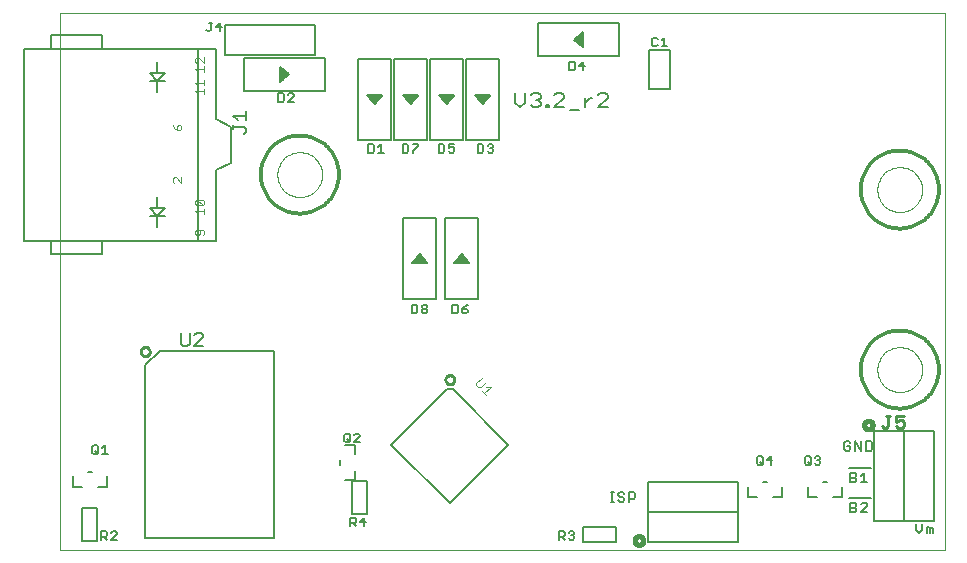
<source format=gto>
G75*
%MOIN*%
%OFA0B0*%
%FSLAX24Y24*%
%IPPOS*%
%LPD*%
%AMOC8*
5,1,8,0,0,1.08239X$1,22.5*
%
%ADD10C,0.0000*%
%ADD11C,0.0080*%
%ADD12C,0.0120*%
%ADD13C,0.0160*%
%ADD14C,0.0050*%
%ADD15C,0.0070*%
%ADD16C,0.0060*%
%ADD17C,0.0100*%
%ADD18C,0.0040*%
%ADD19C,0.0030*%
D10*
X002304Y000981D02*
X002304Y018851D01*
X031796Y018851D01*
X031796Y000981D01*
X002304Y000981D01*
X009557Y013481D02*
X009559Y013536D01*
X009565Y013590D01*
X009575Y013643D01*
X009589Y013696D01*
X009606Y013748D01*
X009628Y013798D01*
X009653Y013847D01*
X009681Y013893D01*
X009713Y013938D01*
X009748Y013979D01*
X009786Y014019D01*
X009826Y014055D01*
X009869Y014089D01*
X009915Y014119D01*
X009962Y014145D01*
X010012Y014168D01*
X010063Y014188D01*
X010115Y014204D01*
X010168Y014216D01*
X010222Y014224D01*
X010277Y014228D01*
X010331Y014228D01*
X010386Y014224D01*
X010440Y014216D01*
X010493Y014204D01*
X010545Y014188D01*
X010596Y014168D01*
X010646Y014145D01*
X010693Y014119D01*
X010739Y014089D01*
X010782Y014055D01*
X010822Y014019D01*
X010860Y013979D01*
X010895Y013938D01*
X010927Y013893D01*
X010955Y013847D01*
X010980Y013798D01*
X011002Y013748D01*
X011019Y013696D01*
X011033Y013643D01*
X011043Y013590D01*
X011049Y013536D01*
X011051Y013481D01*
X011049Y013426D01*
X011043Y013372D01*
X011033Y013319D01*
X011019Y013266D01*
X011002Y013214D01*
X010980Y013164D01*
X010955Y013115D01*
X010927Y013069D01*
X010895Y013024D01*
X010860Y012983D01*
X010822Y012943D01*
X010782Y012907D01*
X010739Y012873D01*
X010693Y012843D01*
X010646Y012817D01*
X010596Y012794D01*
X010545Y012774D01*
X010493Y012758D01*
X010440Y012746D01*
X010386Y012738D01*
X010331Y012734D01*
X010277Y012734D01*
X010222Y012738D01*
X010168Y012746D01*
X010115Y012758D01*
X010063Y012774D01*
X010012Y012794D01*
X009962Y012817D01*
X009915Y012843D01*
X009869Y012873D01*
X009826Y012907D01*
X009786Y012943D01*
X009748Y012983D01*
X009713Y013024D01*
X009681Y013069D01*
X009653Y013115D01*
X009628Y013164D01*
X009606Y013214D01*
X009589Y013266D01*
X009575Y013319D01*
X009565Y013372D01*
X009559Y013426D01*
X009557Y013481D01*
X029557Y012981D02*
X029559Y013036D01*
X029565Y013090D01*
X029575Y013143D01*
X029589Y013196D01*
X029606Y013248D01*
X029628Y013298D01*
X029653Y013347D01*
X029681Y013393D01*
X029713Y013438D01*
X029748Y013479D01*
X029786Y013519D01*
X029826Y013555D01*
X029869Y013589D01*
X029915Y013619D01*
X029962Y013645D01*
X030012Y013668D01*
X030063Y013688D01*
X030115Y013704D01*
X030168Y013716D01*
X030222Y013724D01*
X030277Y013728D01*
X030331Y013728D01*
X030386Y013724D01*
X030440Y013716D01*
X030493Y013704D01*
X030545Y013688D01*
X030596Y013668D01*
X030646Y013645D01*
X030693Y013619D01*
X030739Y013589D01*
X030782Y013555D01*
X030822Y013519D01*
X030860Y013479D01*
X030895Y013438D01*
X030927Y013393D01*
X030955Y013347D01*
X030980Y013298D01*
X031002Y013248D01*
X031019Y013196D01*
X031033Y013143D01*
X031043Y013090D01*
X031049Y013036D01*
X031051Y012981D01*
X031049Y012926D01*
X031043Y012872D01*
X031033Y012819D01*
X031019Y012766D01*
X031002Y012714D01*
X030980Y012664D01*
X030955Y012615D01*
X030927Y012569D01*
X030895Y012524D01*
X030860Y012483D01*
X030822Y012443D01*
X030782Y012407D01*
X030739Y012373D01*
X030693Y012343D01*
X030646Y012317D01*
X030596Y012294D01*
X030545Y012274D01*
X030493Y012258D01*
X030440Y012246D01*
X030386Y012238D01*
X030331Y012234D01*
X030277Y012234D01*
X030222Y012238D01*
X030168Y012246D01*
X030115Y012258D01*
X030063Y012274D01*
X030012Y012294D01*
X029962Y012317D01*
X029915Y012343D01*
X029869Y012373D01*
X029826Y012407D01*
X029786Y012443D01*
X029748Y012483D01*
X029713Y012524D01*
X029681Y012569D01*
X029653Y012615D01*
X029628Y012664D01*
X029606Y012714D01*
X029589Y012766D01*
X029575Y012819D01*
X029565Y012872D01*
X029559Y012926D01*
X029557Y012981D01*
X029557Y006981D02*
X029559Y007036D01*
X029565Y007090D01*
X029575Y007143D01*
X029589Y007196D01*
X029606Y007248D01*
X029628Y007298D01*
X029653Y007347D01*
X029681Y007393D01*
X029713Y007438D01*
X029748Y007479D01*
X029786Y007519D01*
X029826Y007555D01*
X029869Y007589D01*
X029915Y007619D01*
X029962Y007645D01*
X030012Y007668D01*
X030063Y007688D01*
X030115Y007704D01*
X030168Y007716D01*
X030222Y007724D01*
X030277Y007728D01*
X030331Y007728D01*
X030386Y007724D01*
X030440Y007716D01*
X030493Y007704D01*
X030545Y007688D01*
X030596Y007668D01*
X030646Y007645D01*
X030693Y007619D01*
X030739Y007589D01*
X030782Y007555D01*
X030822Y007519D01*
X030860Y007479D01*
X030895Y007438D01*
X030927Y007393D01*
X030955Y007347D01*
X030980Y007298D01*
X031002Y007248D01*
X031019Y007196D01*
X031033Y007143D01*
X031043Y007090D01*
X031049Y007036D01*
X031051Y006981D01*
X031049Y006926D01*
X031043Y006872D01*
X031033Y006819D01*
X031019Y006766D01*
X031002Y006714D01*
X030980Y006664D01*
X030955Y006615D01*
X030927Y006569D01*
X030895Y006524D01*
X030860Y006483D01*
X030822Y006443D01*
X030782Y006407D01*
X030739Y006373D01*
X030693Y006343D01*
X030646Y006317D01*
X030596Y006294D01*
X030545Y006274D01*
X030493Y006258D01*
X030440Y006246D01*
X030386Y006238D01*
X030331Y006234D01*
X030277Y006234D01*
X030222Y006238D01*
X030168Y006246D01*
X030115Y006258D01*
X030063Y006274D01*
X030012Y006294D01*
X029962Y006317D01*
X029915Y006343D01*
X029869Y006373D01*
X029826Y006407D01*
X029786Y006443D01*
X029748Y006483D01*
X029713Y006524D01*
X029681Y006569D01*
X029653Y006615D01*
X029628Y006664D01*
X029606Y006714D01*
X029589Y006766D01*
X029575Y006819D01*
X029565Y006872D01*
X029559Y006926D01*
X029557Y006981D01*
D11*
X029341Y004591D02*
X029181Y004591D01*
X029181Y004271D01*
X029341Y004271D01*
X029394Y004324D01*
X029394Y004538D01*
X029341Y004591D01*
X029026Y004591D02*
X029026Y004271D01*
X028812Y004591D01*
X028812Y004271D01*
X028658Y004324D02*
X028658Y004431D01*
X028551Y004431D01*
X028658Y004324D02*
X028604Y004271D01*
X028497Y004271D01*
X028444Y004324D01*
X028444Y004538D01*
X028497Y004591D01*
X028604Y004591D01*
X028658Y004538D01*
X028604Y003701D02*
X029341Y003701D01*
X029119Y003541D02*
X029119Y003221D01*
X029012Y003221D02*
X029226Y003221D01*
X029012Y003434D02*
X029119Y003541D01*
X028858Y003488D02*
X028858Y003434D01*
X028804Y003381D01*
X028644Y003381D01*
X028644Y003221D02*
X028804Y003221D01*
X028858Y003274D01*
X028858Y003328D01*
X028804Y003381D01*
X028858Y003488D02*
X028804Y003541D01*
X028644Y003541D01*
X028644Y003221D01*
X028604Y002701D02*
X029341Y002701D01*
X029172Y002541D02*
X029066Y002541D01*
X029012Y002488D01*
X028858Y002488D02*
X028858Y002434D01*
X028804Y002381D01*
X028644Y002381D01*
X028644Y002221D02*
X028804Y002221D01*
X028858Y002274D01*
X028858Y002328D01*
X028804Y002381D01*
X028858Y002488D02*
X028804Y002541D01*
X028644Y002541D01*
X028644Y002221D01*
X029012Y002221D02*
X029226Y002434D01*
X029226Y002488D01*
X029172Y002541D01*
X029226Y002221D02*
X029012Y002221D01*
X030844Y001841D02*
X030844Y001628D01*
X030951Y001521D01*
X031058Y001628D01*
X031058Y001841D01*
X031212Y001734D02*
X031266Y001734D01*
X031319Y001681D01*
X031372Y001734D01*
X031426Y001681D01*
X031426Y001521D01*
X031319Y001521D02*
X031319Y001681D01*
X031212Y001734D02*
X031212Y001521D01*
X021489Y002731D02*
X021436Y002678D01*
X021276Y002678D01*
X021276Y002571D02*
X021276Y002891D01*
X021436Y002891D01*
X021489Y002838D01*
X021489Y002731D01*
X021121Y002678D02*
X021121Y002624D01*
X021067Y002571D01*
X020961Y002571D01*
X020907Y002624D01*
X020961Y002731D02*
X021067Y002731D01*
X021121Y002678D01*
X021121Y002838D02*
X021067Y002891D01*
X020961Y002891D01*
X020907Y002838D01*
X020907Y002784D01*
X020961Y002731D01*
X020769Y002571D02*
X020662Y002571D01*
X020715Y002571D02*
X020715Y002891D01*
X020662Y002891D02*
X020769Y002891D01*
X019619Y015641D02*
X019299Y015641D01*
X019103Y015721D02*
X018783Y015721D01*
X019103Y016041D01*
X019103Y016121D01*
X019023Y016201D01*
X018863Y016201D01*
X018783Y016121D01*
X018330Y016121D02*
X018250Y016201D01*
X018090Y016201D01*
X018010Y016121D01*
X017814Y016201D02*
X017814Y015881D01*
X017654Y015721D01*
X017494Y015881D01*
X017494Y016201D01*
X018170Y015961D02*
X018250Y015961D01*
X018330Y015881D01*
X018330Y015801D01*
X018250Y015721D01*
X018090Y015721D01*
X018010Y015801D01*
X018250Y015961D02*
X018330Y016041D01*
X018330Y016121D01*
X018525Y015801D02*
X018605Y015801D01*
X018605Y015721D01*
X018525Y015721D01*
X018525Y015801D01*
X019814Y015881D02*
X019975Y016041D01*
X020055Y016041D01*
X020244Y016121D02*
X020324Y016201D01*
X020484Y016201D01*
X020564Y016121D01*
X020564Y016041D01*
X020244Y015721D01*
X020564Y015721D01*
X019814Y015721D02*
X019814Y016041D01*
D12*
X009004Y013481D02*
X009006Y013553D01*
X009012Y013624D01*
X009022Y013695D01*
X009035Y013765D01*
X009053Y013835D01*
X009074Y013903D01*
X009100Y013970D01*
X009128Y014036D01*
X009161Y014100D01*
X009197Y014162D01*
X009236Y014222D01*
X009278Y014279D01*
X009324Y014335D01*
X009372Y014387D01*
X009424Y014437D01*
X009478Y014484D01*
X009534Y014528D01*
X009593Y014569D01*
X009654Y014607D01*
X009717Y014641D01*
X009782Y014672D01*
X009848Y014698D01*
X009916Y014722D01*
X009985Y014741D01*
X010055Y014757D01*
X010125Y014769D01*
X010197Y014777D01*
X010268Y014781D01*
X010340Y014781D01*
X010411Y014777D01*
X010483Y014769D01*
X010553Y014757D01*
X010623Y014741D01*
X010692Y014722D01*
X010760Y014698D01*
X010826Y014672D01*
X010891Y014641D01*
X010954Y014607D01*
X011015Y014569D01*
X011074Y014528D01*
X011130Y014484D01*
X011184Y014437D01*
X011236Y014387D01*
X011284Y014335D01*
X011330Y014279D01*
X011372Y014222D01*
X011411Y014162D01*
X011447Y014100D01*
X011480Y014036D01*
X011508Y013970D01*
X011534Y013903D01*
X011555Y013835D01*
X011573Y013765D01*
X011586Y013695D01*
X011596Y013624D01*
X011602Y013553D01*
X011604Y013481D01*
X011602Y013409D01*
X011596Y013338D01*
X011586Y013267D01*
X011573Y013197D01*
X011555Y013127D01*
X011534Y013059D01*
X011508Y012992D01*
X011480Y012926D01*
X011447Y012862D01*
X011411Y012800D01*
X011372Y012740D01*
X011330Y012683D01*
X011284Y012627D01*
X011236Y012575D01*
X011184Y012525D01*
X011130Y012478D01*
X011074Y012434D01*
X011015Y012393D01*
X010954Y012355D01*
X010891Y012321D01*
X010826Y012290D01*
X010760Y012264D01*
X010692Y012240D01*
X010623Y012221D01*
X010553Y012205D01*
X010483Y012193D01*
X010411Y012185D01*
X010340Y012181D01*
X010268Y012181D01*
X010197Y012185D01*
X010125Y012193D01*
X010055Y012205D01*
X009985Y012221D01*
X009916Y012240D01*
X009848Y012264D01*
X009782Y012290D01*
X009717Y012321D01*
X009654Y012355D01*
X009593Y012393D01*
X009534Y012434D01*
X009478Y012478D01*
X009424Y012525D01*
X009372Y012575D01*
X009324Y012627D01*
X009278Y012683D01*
X009236Y012740D01*
X009197Y012800D01*
X009161Y012862D01*
X009128Y012926D01*
X009100Y012992D01*
X009074Y013059D01*
X009053Y013127D01*
X009035Y013197D01*
X009022Y013267D01*
X009012Y013338D01*
X009006Y013409D01*
X009004Y013481D01*
X029004Y012981D02*
X029006Y013053D01*
X029012Y013124D01*
X029022Y013195D01*
X029035Y013265D01*
X029053Y013335D01*
X029074Y013403D01*
X029100Y013470D01*
X029128Y013536D01*
X029161Y013600D01*
X029197Y013662D01*
X029236Y013722D01*
X029278Y013779D01*
X029324Y013835D01*
X029372Y013887D01*
X029424Y013937D01*
X029478Y013984D01*
X029534Y014028D01*
X029593Y014069D01*
X029654Y014107D01*
X029717Y014141D01*
X029782Y014172D01*
X029848Y014198D01*
X029916Y014222D01*
X029985Y014241D01*
X030055Y014257D01*
X030125Y014269D01*
X030197Y014277D01*
X030268Y014281D01*
X030340Y014281D01*
X030411Y014277D01*
X030483Y014269D01*
X030553Y014257D01*
X030623Y014241D01*
X030692Y014222D01*
X030760Y014198D01*
X030826Y014172D01*
X030891Y014141D01*
X030954Y014107D01*
X031015Y014069D01*
X031074Y014028D01*
X031130Y013984D01*
X031184Y013937D01*
X031236Y013887D01*
X031284Y013835D01*
X031330Y013779D01*
X031372Y013722D01*
X031411Y013662D01*
X031447Y013600D01*
X031480Y013536D01*
X031508Y013470D01*
X031534Y013403D01*
X031555Y013335D01*
X031573Y013265D01*
X031586Y013195D01*
X031596Y013124D01*
X031602Y013053D01*
X031604Y012981D01*
X031602Y012909D01*
X031596Y012838D01*
X031586Y012767D01*
X031573Y012697D01*
X031555Y012627D01*
X031534Y012559D01*
X031508Y012492D01*
X031480Y012426D01*
X031447Y012362D01*
X031411Y012300D01*
X031372Y012240D01*
X031330Y012183D01*
X031284Y012127D01*
X031236Y012075D01*
X031184Y012025D01*
X031130Y011978D01*
X031074Y011934D01*
X031015Y011893D01*
X030954Y011855D01*
X030891Y011821D01*
X030826Y011790D01*
X030760Y011764D01*
X030692Y011740D01*
X030623Y011721D01*
X030553Y011705D01*
X030483Y011693D01*
X030411Y011685D01*
X030340Y011681D01*
X030268Y011681D01*
X030197Y011685D01*
X030125Y011693D01*
X030055Y011705D01*
X029985Y011721D01*
X029916Y011740D01*
X029848Y011764D01*
X029782Y011790D01*
X029717Y011821D01*
X029654Y011855D01*
X029593Y011893D01*
X029534Y011934D01*
X029478Y011978D01*
X029424Y012025D01*
X029372Y012075D01*
X029324Y012127D01*
X029278Y012183D01*
X029236Y012240D01*
X029197Y012300D01*
X029161Y012362D01*
X029128Y012426D01*
X029100Y012492D01*
X029074Y012559D01*
X029053Y012627D01*
X029035Y012697D01*
X029022Y012767D01*
X029012Y012838D01*
X029006Y012909D01*
X029004Y012981D01*
X029004Y006981D02*
X029006Y007053D01*
X029012Y007124D01*
X029022Y007195D01*
X029035Y007265D01*
X029053Y007335D01*
X029074Y007403D01*
X029100Y007470D01*
X029128Y007536D01*
X029161Y007600D01*
X029197Y007662D01*
X029236Y007722D01*
X029278Y007779D01*
X029324Y007835D01*
X029372Y007887D01*
X029424Y007937D01*
X029478Y007984D01*
X029534Y008028D01*
X029593Y008069D01*
X029654Y008107D01*
X029717Y008141D01*
X029782Y008172D01*
X029848Y008198D01*
X029916Y008222D01*
X029985Y008241D01*
X030055Y008257D01*
X030125Y008269D01*
X030197Y008277D01*
X030268Y008281D01*
X030340Y008281D01*
X030411Y008277D01*
X030483Y008269D01*
X030553Y008257D01*
X030623Y008241D01*
X030692Y008222D01*
X030760Y008198D01*
X030826Y008172D01*
X030891Y008141D01*
X030954Y008107D01*
X031015Y008069D01*
X031074Y008028D01*
X031130Y007984D01*
X031184Y007937D01*
X031236Y007887D01*
X031284Y007835D01*
X031330Y007779D01*
X031372Y007722D01*
X031411Y007662D01*
X031447Y007600D01*
X031480Y007536D01*
X031508Y007470D01*
X031534Y007403D01*
X031555Y007335D01*
X031573Y007265D01*
X031586Y007195D01*
X031596Y007124D01*
X031602Y007053D01*
X031604Y006981D01*
X031602Y006909D01*
X031596Y006838D01*
X031586Y006767D01*
X031573Y006697D01*
X031555Y006627D01*
X031534Y006559D01*
X031508Y006492D01*
X031480Y006426D01*
X031447Y006362D01*
X031411Y006300D01*
X031372Y006240D01*
X031330Y006183D01*
X031284Y006127D01*
X031236Y006075D01*
X031184Y006025D01*
X031130Y005978D01*
X031074Y005934D01*
X031015Y005893D01*
X030954Y005855D01*
X030891Y005821D01*
X030826Y005790D01*
X030760Y005764D01*
X030692Y005740D01*
X030623Y005721D01*
X030553Y005705D01*
X030483Y005693D01*
X030411Y005685D01*
X030340Y005681D01*
X030268Y005681D01*
X030197Y005685D01*
X030125Y005693D01*
X030055Y005705D01*
X029985Y005721D01*
X029916Y005740D01*
X029848Y005764D01*
X029782Y005790D01*
X029717Y005821D01*
X029654Y005855D01*
X029593Y005893D01*
X029534Y005934D01*
X029478Y005978D01*
X029424Y006025D01*
X029372Y006075D01*
X029324Y006127D01*
X029278Y006183D01*
X029236Y006240D01*
X029197Y006300D01*
X029161Y006362D01*
X029128Y006426D01*
X029100Y006492D01*
X029074Y006559D01*
X029053Y006627D01*
X029035Y006697D01*
X029022Y006767D01*
X029012Y006838D01*
X029006Y006909D01*
X029004Y006981D01*
D13*
X029113Y005131D02*
X029115Y005154D01*
X029121Y005177D01*
X029130Y005198D01*
X029143Y005218D01*
X029159Y005235D01*
X029177Y005249D01*
X029197Y005260D01*
X029219Y005268D01*
X029242Y005272D01*
X029266Y005272D01*
X029289Y005268D01*
X029311Y005260D01*
X029331Y005249D01*
X029349Y005235D01*
X029365Y005218D01*
X029378Y005198D01*
X029387Y005177D01*
X029393Y005154D01*
X029395Y005131D01*
X029393Y005108D01*
X029387Y005085D01*
X029378Y005064D01*
X029365Y005044D01*
X029349Y005027D01*
X029331Y005013D01*
X029311Y005002D01*
X029289Y004994D01*
X029266Y004990D01*
X029242Y004990D01*
X029219Y004994D01*
X029197Y005002D01*
X029177Y005013D01*
X029159Y005027D01*
X029143Y005044D01*
X029130Y005064D01*
X029121Y005085D01*
X029115Y005108D01*
X029113Y005131D01*
X021463Y001281D02*
X021465Y001304D01*
X021471Y001327D01*
X021480Y001348D01*
X021493Y001368D01*
X021509Y001385D01*
X021527Y001399D01*
X021547Y001410D01*
X021569Y001418D01*
X021592Y001422D01*
X021616Y001422D01*
X021639Y001418D01*
X021661Y001410D01*
X021681Y001399D01*
X021699Y001385D01*
X021715Y001368D01*
X021728Y001348D01*
X021737Y001327D01*
X021743Y001304D01*
X021745Y001281D01*
X021743Y001258D01*
X021737Y001235D01*
X021728Y001214D01*
X021715Y001194D01*
X021699Y001177D01*
X021681Y001163D01*
X021661Y001152D01*
X021639Y001144D01*
X021616Y001140D01*
X021592Y001140D01*
X021569Y001144D01*
X021547Y001152D01*
X021527Y001163D01*
X021509Y001177D01*
X021493Y001194D01*
X021480Y001214D01*
X021471Y001235D01*
X021465Y001258D01*
X021463Y001281D01*
D14*
X021904Y001231D02*
X024904Y001231D01*
X024904Y002231D01*
X021904Y002231D01*
X021904Y003231D01*
X024904Y003231D01*
X024904Y002231D01*
X025229Y002731D02*
X025529Y002731D01*
X025229Y002731D02*
X025229Y003081D01*
X025729Y003231D02*
X025879Y003231D01*
X026379Y003081D02*
X026379Y002731D01*
X026079Y002731D01*
X027229Y002731D02*
X027529Y002731D01*
X027229Y002731D02*
X027229Y003081D01*
X027729Y003231D02*
X027879Y003231D01*
X028379Y003081D02*
X028379Y002731D01*
X028079Y002731D01*
X029454Y001931D02*
X029454Y004931D01*
X030454Y004931D01*
X030454Y001931D01*
X029454Y001931D01*
X030454Y001931D02*
X031454Y001931D01*
X031454Y004931D01*
X030454Y004931D01*
X021904Y002231D02*
X021904Y001231D01*
X020854Y001231D02*
X020854Y001731D01*
X019754Y001731D01*
X019754Y001231D01*
X020854Y001231D01*
X012554Y002181D02*
X012054Y002181D01*
X012054Y003281D01*
X012554Y003281D01*
X012554Y002181D01*
X012154Y003306D02*
X011804Y003306D01*
X012154Y003306D02*
X012154Y003606D01*
X011654Y003806D02*
X011654Y003956D01*
X011804Y004456D02*
X012154Y004456D01*
X012154Y004156D01*
X009454Y001351D02*
X009454Y007611D01*
X005634Y007611D01*
X005154Y007131D01*
X005154Y001351D01*
X009454Y001351D01*
X003879Y003081D02*
X003879Y003431D01*
X003879Y003081D02*
X003579Y003081D01*
X003029Y003081D02*
X002729Y003081D01*
X002729Y003431D01*
X003229Y003581D02*
X003379Y003581D01*
X003434Y004156D02*
X003384Y004206D01*
X003384Y004406D01*
X003434Y004456D01*
X003535Y004456D01*
X003585Y004406D01*
X003585Y004206D01*
X003535Y004156D01*
X003434Y004156D01*
X003485Y004256D02*
X003585Y004156D01*
X003707Y004156D02*
X003907Y004156D01*
X003807Y004156D02*
X003807Y004456D01*
X003707Y004356D01*
X003554Y002381D02*
X003054Y002381D01*
X003054Y001281D01*
X003554Y001281D01*
X003554Y002381D01*
X013754Y009331D02*
X014854Y009331D01*
X014854Y012031D01*
X013754Y012031D01*
X013754Y009331D01*
X015154Y009331D02*
X016254Y009331D01*
X016254Y012031D01*
X015154Y012031D01*
X015154Y009331D01*
X015454Y010531D02*
X015704Y010831D01*
X015954Y010531D01*
X015454Y010531D01*
X015458Y010535D02*
X015950Y010535D01*
X015910Y010584D02*
X015498Y010584D01*
X015539Y010632D02*
X015869Y010632D01*
X015829Y010681D02*
X015579Y010681D01*
X015619Y010729D02*
X015789Y010729D01*
X015748Y010778D02*
X015660Y010778D01*
X015700Y010826D02*
X015708Y010826D01*
X014554Y010531D02*
X014304Y010831D01*
X014054Y010531D01*
X014554Y010531D01*
X014550Y010535D02*
X014058Y010535D01*
X014098Y010584D02*
X014510Y010584D01*
X014469Y010632D02*
X014139Y010632D01*
X014179Y010681D02*
X014429Y010681D01*
X014389Y010729D02*
X014219Y010729D01*
X014260Y010778D02*
X014348Y010778D01*
X014308Y010826D02*
X014300Y010826D01*
X008004Y013881D02*
X007504Y013631D01*
X007504Y011281D01*
X006904Y011281D01*
X006904Y017681D01*
X007504Y017681D01*
X007504Y015331D01*
X008004Y015081D01*
X008004Y013881D01*
X005804Y012356D02*
X005554Y012356D01*
X005554Y012731D01*
X005554Y012356D02*
X005304Y012356D01*
X005554Y012106D01*
X005554Y011731D01*
X005554Y012106D02*
X005304Y012106D01*
X005554Y012106D02*
X005804Y012106D01*
X005804Y012356D02*
X005554Y012106D01*
X006904Y011281D02*
X003704Y011281D01*
X003704Y010831D01*
X002004Y010831D01*
X002004Y011281D01*
X001104Y011281D01*
X001104Y017681D01*
X002004Y017681D01*
X002004Y018131D01*
X003704Y018131D01*
X003704Y017681D01*
X006904Y017681D01*
X007804Y017481D02*
X010804Y017481D01*
X010804Y018481D01*
X007804Y018481D01*
X007804Y017481D01*
X008454Y017381D02*
X008454Y016281D01*
X011154Y016281D01*
X011154Y017381D01*
X008454Y017381D01*
X009654Y017081D02*
X009954Y016831D01*
X009654Y016581D01*
X009654Y017081D01*
X009654Y017034D02*
X009710Y017034D01*
X009654Y016986D02*
X009768Y016986D01*
X009826Y016937D02*
X009654Y016937D01*
X009654Y016889D02*
X009884Y016889D01*
X009942Y016840D02*
X009654Y016840D01*
X009654Y016792D02*
X009907Y016792D01*
X009849Y016743D02*
X009654Y016743D01*
X009654Y016695D02*
X009791Y016695D01*
X009733Y016646D02*
X009654Y016646D01*
X009654Y016598D02*
X009674Y016598D01*
X012254Y017331D02*
X013354Y017331D01*
X013354Y014631D01*
X012254Y014631D01*
X012254Y017331D01*
X013454Y017331D02*
X014554Y017331D01*
X014554Y014631D01*
X013454Y014631D01*
X013454Y017331D01*
X014654Y017331D02*
X015754Y017331D01*
X015754Y014631D01*
X014654Y014631D01*
X014654Y017331D01*
X015854Y017331D02*
X016954Y017331D01*
X016954Y014631D01*
X015854Y014631D01*
X015854Y017331D01*
X016154Y016131D02*
X016404Y015831D01*
X016654Y016131D01*
X016154Y016131D01*
X016169Y016113D02*
X016639Y016113D01*
X016599Y016064D02*
X016209Y016064D01*
X016250Y016016D02*
X016558Y016016D01*
X016518Y015967D02*
X016290Y015967D01*
X016331Y015919D02*
X016477Y015919D01*
X016437Y015870D02*
X016371Y015870D01*
X015454Y016131D02*
X015204Y015831D01*
X014954Y016131D01*
X015454Y016131D01*
X015439Y016113D02*
X014969Y016113D01*
X015009Y016064D02*
X015399Y016064D01*
X015358Y016016D02*
X015050Y016016D01*
X015090Y015967D02*
X015318Y015967D01*
X015277Y015919D02*
X015131Y015919D01*
X015171Y015870D02*
X015237Y015870D01*
X014254Y016131D02*
X014004Y015831D01*
X013754Y016131D01*
X014254Y016131D01*
X014239Y016113D02*
X013769Y016113D01*
X013809Y016064D02*
X014199Y016064D01*
X014158Y016016D02*
X013850Y016016D01*
X013890Y015967D02*
X014118Y015967D01*
X014077Y015919D02*
X013931Y015919D01*
X013971Y015870D02*
X014037Y015870D01*
X013054Y016131D02*
X012804Y015831D01*
X012554Y016131D01*
X013054Y016131D01*
X013039Y016113D02*
X012569Y016113D01*
X012609Y016064D02*
X012999Y016064D01*
X012958Y016016D02*
X012650Y016016D01*
X012690Y015967D02*
X012918Y015967D01*
X012877Y015919D02*
X012731Y015919D01*
X012771Y015870D02*
X012837Y015870D01*
X018254Y017431D02*
X018254Y018531D01*
X020954Y018531D01*
X020954Y017431D01*
X018254Y017431D01*
X019454Y017981D02*
X019754Y018231D01*
X019754Y017731D01*
X019454Y017981D01*
X019482Y018004D02*
X019754Y018004D01*
X019754Y017956D02*
X019484Y017956D01*
X019542Y017907D02*
X019754Y017907D01*
X019754Y017859D02*
X019600Y017859D01*
X019658Y017810D02*
X019754Y017810D01*
X019754Y017762D02*
X019717Y017762D01*
X019754Y018053D02*
X019540Y018053D01*
X019599Y018101D02*
X019754Y018101D01*
X019754Y018150D02*
X019657Y018150D01*
X019715Y018198D02*
X019754Y018198D01*
X021954Y017631D02*
X021954Y016331D01*
X022654Y016331D01*
X022654Y017631D01*
X021954Y017631D01*
X005804Y016856D02*
X005554Y016606D01*
X005554Y016231D01*
X005554Y016606D02*
X005304Y016606D01*
X005304Y016856D02*
X005554Y016606D01*
X005804Y016606D01*
X005804Y016856D02*
X005554Y016856D01*
X005554Y017231D01*
X005554Y016856D02*
X005304Y016856D01*
X003704Y017681D02*
X002004Y017681D01*
X002004Y011281D02*
X003704Y011281D01*
D15*
X009589Y015916D02*
X009729Y015916D01*
X009776Y015963D01*
X009776Y016149D01*
X009729Y016196D01*
X009589Y016196D01*
X009589Y015916D01*
X009911Y015916D02*
X010098Y016103D01*
X010098Y016149D01*
X010051Y016196D01*
X009958Y016196D01*
X009911Y016149D01*
X009911Y015916D02*
X010098Y015916D01*
X012589Y014496D02*
X012729Y014496D01*
X012776Y014449D01*
X012776Y014263D01*
X012729Y014216D01*
X012589Y014216D01*
X012589Y014496D01*
X012911Y014403D02*
X013005Y014496D01*
X013005Y014216D01*
X013098Y014216D02*
X012911Y014216D01*
X013739Y014216D02*
X013739Y014496D01*
X013879Y014496D01*
X013926Y014449D01*
X013926Y014263D01*
X013879Y014216D01*
X013739Y014216D01*
X014061Y014216D02*
X014061Y014263D01*
X014248Y014449D01*
X014248Y014496D01*
X014061Y014496D01*
X014939Y014496D02*
X014939Y014216D01*
X015079Y014216D01*
X015126Y014263D01*
X015126Y014449D01*
X015079Y014496D01*
X014939Y014496D01*
X015261Y014496D02*
X015261Y014356D01*
X015355Y014403D01*
X015401Y014403D01*
X015448Y014356D01*
X015448Y014263D01*
X015401Y014216D01*
X015308Y014216D01*
X015261Y014263D01*
X015261Y014496D02*
X015448Y014496D01*
X016239Y014496D02*
X016239Y014216D01*
X016379Y014216D01*
X016426Y014263D01*
X016426Y014449D01*
X016379Y014496D01*
X016239Y014496D01*
X016561Y014449D02*
X016608Y014496D01*
X016701Y014496D01*
X016748Y014449D01*
X016748Y014403D01*
X016701Y014356D01*
X016748Y014309D01*
X016748Y014263D01*
X016701Y014216D01*
X016608Y014216D01*
X016561Y014263D01*
X016655Y014356D02*
X016701Y014356D01*
X019294Y016966D02*
X019435Y016966D01*
X019481Y017013D01*
X019481Y017199D01*
X019435Y017246D01*
X019294Y017246D01*
X019294Y016966D01*
X019617Y017106D02*
X019804Y017106D01*
X019757Y016966D02*
X019757Y017246D01*
X019617Y017106D01*
X022044Y017813D02*
X022091Y017766D01*
X022185Y017766D01*
X022231Y017813D01*
X022367Y017766D02*
X022554Y017766D01*
X022460Y017766D02*
X022460Y018046D01*
X022367Y017953D01*
X022231Y017999D02*
X022185Y018046D01*
X022091Y018046D01*
X022044Y017999D01*
X022044Y017813D01*
X007698Y018406D02*
X007511Y018406D01*
X007651Y018546D01*
X007651Y018266D01*
X007329Y018313D02*
X007329Y018546D01*
X007282Y018546D02*
X007376Y018546D01*
X007329Y018313D02*
X007282Y018266D01*
X007236Y018266D01*
X007189Y018313D01*
X014039Y009146D02*
X014179Y009146D01*
X014226Y009099D01*
X014226Y008913D01*
X014179Y008866D01*
X014039Y008866D01*
X014039Y009146D01*
X014361Y009099D02*
X014361Y009053D01*
X014408Y009006D01*
X014501Y009006D01*
X014548Y008959D01*
X014548Y008913D01*
X014501Y008866D01*
X014408Y008866D01*
X014361Y008913D01*
X014361Y008959D01*
X014408Y009006D01*
X014501Y009006D02*
X014548Y009053D01*
X014548Y009099D01*
X014501Y009146D01*
X014408Y009146D01*
X014361Y009099D01*
X015389Y009146D02*
X015389Y008866D01*
X015529Y008866D01*
X015576Y008913D01*
X015576Y009099D01*
X015529Y009146D01*
X015389Y009146D01*
X015711Y009006D02*
X015711Y008913D01*
X015758Y008866D01*
X015851Y008866D01*
X015898Y008913D01*
X015898Y008959D01*
X015851Y009006D01*
X015711Y009006D01*
X015805Y009099D01*
X015898Y009146D01*
X012251Y004846D02*
X012158Y004846D01*
X012111Y004799D01*
X011976Y004799D02*
X011976Y004613D01*
X011929Y004566D01*
X011836Y004566D01*
X011789Y004613D01*
X011789Y004799D01*
X011836Y004846D01*
X011929Y004846D01*
X011976Y004799D01*
X011882Y004659D02*
X011976Y004566D01*
X012111Y004566D02*
X012298Y004753D01*
X012298Y004799D01*
X012251Y004846D01*
X012298Y004566D02*
X012111Y004566D01*
X012129Y002046D02*
X012176Y001999D01*
X012176Y001906D01*
X012129Y001859D01*
X011989Y001859D01*
X011989Y001766D02*
X011989Y002046D01*
X012129Y002046D01*
X012082Y001859D02*
X012176Y001766D01*
X012311Y001906D02*
X012498Y001906D01*
X012451Y001766D02*
X012451Y002046D01*
X012311Y001906D01*
X018944Y001596D02*
X018944Y001316D01*
X018944Y001409D02*
X019085Y001409D01*
X019131Y001456D01*
X019131Y001549D01*
X019085Y001596D01*
X018944Y001596D01*
X019038Y001409D02*
X019131Y001316D01*
X019267Y001363D02*
X019313Y001316D01*
X019407Y001316D01*
X019454Y001363D01*
X019454Y001409D01*
X019407Y001456D01*
X019360Y001456D01*
X019407Y001456D02*
X019454Y001503D01*
X019454Y001549D01*
X019407Y001596D01*
X019313Y001596D01*
X019267Y001549D01*
X025544Y003863D02*
X025591Y003816D01*
X025685Y003816D01*
X025731Y003863D01*
X025731Y004049D01*
X025685Y004096D01*
X025591Y004096D01*
X025544Y004049D01*
X025544Y003863D01*
X025638Y003909D02*
X025731Y003816D01*
X025867Y003956D02*
X026054Y003956D01*
X026007Y003816D02*
X026007Y004096D01*
X025867Y003956D01*
X027144Y003863D02*
X027191Y003816D01*
X027285Y003816D01*
X027331Y003863D01*
X027331Y004049D01*
X027285Y004096D01*
X027191Y004096D01*
X027144Y004049D01*
X027144Y003863D01*
X027238Y003909D02*
X027331Y003816D01*
X027467Y003863D02*
X027513Y003816D01*
X027607Y003816D01*
X027654Y003863D01*
X027654Y003909D01*
X027607Y003956D01*
X027560Y003956D01*
X027607Y003956D02*
X027654Y004003D01*
X027654Y004049D01*
X027607Y004096D01*
X027513Y004096D01*
X027467Y004049D01*
X004204Y001549D02*
X004157Y001596D01*
X004063Y001596D01*
X004017Y001549D01*
X003881Y001549D02*
X003881Y001456D01*
X003835Y001409D01*
X003694Y001409D01*
X003694Y001316D02*
X003694Y001596D01*
X003835Y001596D01*
X003881Y001549D01*
X003788Y001409D02*
X003881Y001316D01*
X004017Y001316D02*
X004204Y001503D01*
X004204Y001549D01*
X004204Y001316D02*
X004017Y001316D01*
D16*
X013352Y004481D02*
X015205Y006334D01*
X015403Y006334D01*
X017255Y004481D01*
X015304Y002529D01*
X013352Y004481D01*
X007088Y007761D02*
X006794Y007761D01*
X007088Y008054D01*
X007088Y008128D01*
X007015Y008201D01*
X006868Y008201D01*
X006794Y008128D01*
X006628Y008201D02*
X006628Y007834D01*
X006554Y007761D01*
X006407Y007761D01*
X006334Y007834D01*
X006334Y008201D01*
X008451Y014840D02*
X008524Y014914D01*
X008524Y014987D01*
X008451Y015060D01*
X008084Y015060D01*
X008084Y014987D02*
X008084Y015134D01*
X008230Y015301D02*
X008084Y015447D01*
X008524Y015447D01*
X008524Y015301D02*
X008524Y015594D01*
D17*
X005004Y007581D02*
X005006Y007605D01*
X005012Y007629D01*
X005021Y007651D01*
X005034Y007671D01*
X005050Y007689D01*
X005069Y007704D01*
X005090Y007717D01*
X005112Y007725D01*
X005136Y007730D01*
X005160Y007731D01*
X005184Y007728D01*
X005207Y007721D01*
X005229Y007711D01*
X005249Y007697D01*
X005266Y007680D01*
X005281Y007661D01*
X005292Y007640D01*
X005300Y007617D01*
X005304Y007593D01*
X005304Y007569D01*
X005300Y007545D01*
X005292Y007522D01*
X005281Y007501D01*
X005266Y007482D01*
X005249Y007465D01*
X005229Y007451D01*
X005207Y007441D01*
X005184Y007434D01*
X005160Y007431D01*
X005136Y007432D01*
X005112Y007437D01*
X005090Y007445D01*
X005069Y007458D01*
X005050Y007473D01*
X005034Y007491D01*
X005021Y007511D01*
X005012Y007533D01*
X005006Y007557D01*
X005004Y007581D01*
X015154Y006645D02*
X015156Y006669D01*
X015162Y006693D01*
X015171Y006715D01*
X015184Y006735D01*
X015200Y006753D01*
X015219Y006768D01*
X015240Y006781D01*
X015262Y006789D01*
X015286Y006794D01*
X015310Y006795D01*
X015334Y006792D01*
X015357Y006785D01*
X015379Y006775D01*
X015399Y006761D01*
X015416Y006744D01*
X015431Y006725D01*
X015442Y006704D01*
X015450Y006681D01*
X015454Y006657D01*
X015454Y006633D01*
X015450Y006609D01*
X015442Y006586D01*
X015431Y006565D01*
X015416Y006546D01*
X015399Y006529D01*
X015379Y006515D01*
X015357Y006505D01*
X015334Y006498D01*
X015310Y006495D01*
X015286Y006496D01*
X015262Y006501D01*
X015240Y006509D01*
X015219Y006522D01*
X015200Y006537D01*
X015184Y006555D01*
X015171Y006575D01*
X015162Y006597D01*
X015156Y006621D01*
X015154Y006645D01*
X029704Y005098D02*
X029771Y005031D01*
X029837Y005031D01*
X029904Y005098D01*
X029904Y005431D01*
X029837Y005431D02*
X029971Y005431D01*
X030164Y005431D02*
X030164Y005231D01*
X030298Y005298D01*
X030365Y005298D01*
X030431Y005231D01*
X030431Y005098D01*
X030365Y005031D01*
X030231Y005031D01*
X030164Y005098D01*
X030164Y005431D02*
X030431Y005431D01*
D18*
X016666Y006415D02*
X016446Y006195D01*
X016373Y006268D02*
X016520Y006122D01*
X016520Y006415D02*
X016666Y006415D01*
X016511Y006569D02*
X016328Y006386D01*
X016255Y006386D01*
X016182Y006460D01*
X016182Y006533D01*
X016365Y006716D01*
D19*
X007109Y011500D02*
X007109Y011596D01*
X007061Y011645D01*
X006867Y011645D01*
X006819Y011596D01*
X006819Y011500D01*
X006867Y011451D01*
X006915Y011451D01*
X006964Y011500D01*
X006964Y011645D01*
X007109Y011500D02*
X007061Y011451D01*
X007109Y012157D02*
X007109Y012350D01*
X007109Y012253D02*
X006819Y012253D01*
X006915Y012157D01*
X006867Y012451D02*
X006819Y012500D01*
X006819Y012596D01*
X006867Y012645D01*
X007061Y012451D01*
X007109Y012500D01*
X007109Y012596D01*
X007061Y012645D01*
X006867Y012645D01*
X006867Y012451D02*
X007061Y012451D01*
X006359Y013201D02*
X006165Y013395D01*
X006117Y013395D01*
X006069Y013346D01*
X006069Y013250D01*
X006117Y013201D01*
X006359Y013201D02*
X006359Y013395D01*
X006311Y014951D02*
X006359Y015000D01*
X006359Y015096D01*
X006311Y015145D01*
X006262Y015145D01*
X006214Y015096D01*
X006214Y014951D01*
X006311Y014951D01*
X006214Y014951D02*
X006117Y015048D01*
X006069Y015145D01*
X006915Y016157D02*
X006819Y016253D01*
X007109Y016253D01*
X007109Y016157D02*
X007109Y016350D01*
X007109Y016451D02*
X007109Y016645D01*
X007109Y016548D02*
X006819Y016548D01*
X006915Y016451D01*
X006915Y016907D02*
X006819Y017003D01*
X007109Y017003D01*
X007109Y016907D02*
X007109Y017100D01*
X007109Y017201D02*
X006915Y017395D01*
X006867Y017395D01*
X006819Y017346D01*
X006819Y017250D01*
X006867Y017201D01*
X007109Y017201D02*
X007109Y017395D01*
M02*

</source>
